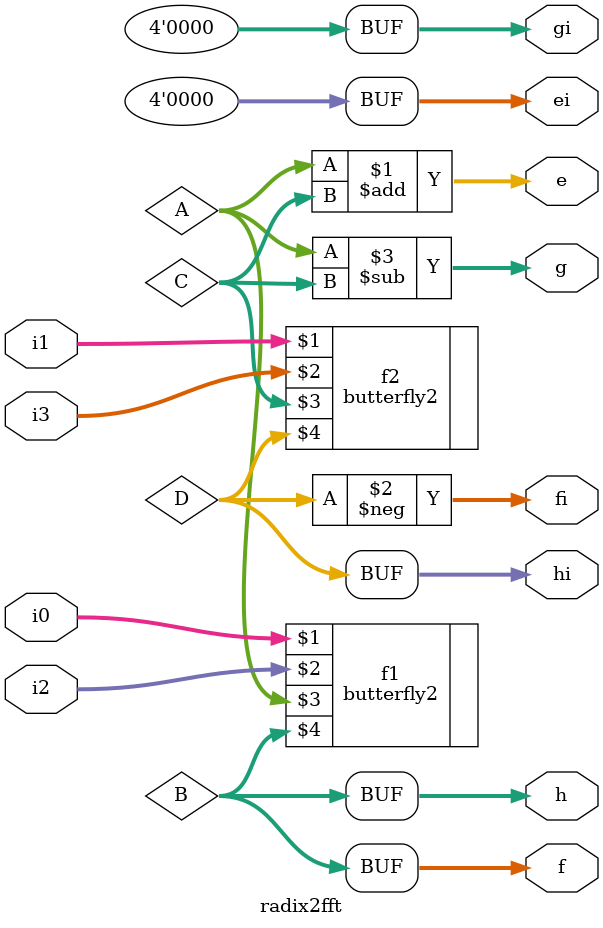
<source format=v>
`timescale 1ns / 1ps

module radix2fft(i0,i1,i2,i3,e,ei,f,fi,g,gi,h,hi);
input signed [1:0]i0;
input signed [1:0]i1;
input signed [1:0]i2;
input signed [1:0]i3;
output signed [3:0]e;
output signed [3:0]ei;
output signed [3:0]f;
output signed [3:0]fi;
output signed [3:0]g;
output signed [3:0]gi;
output signed [3:0]h;
output signed [3:0]hi;

wire [3:0] A,B,C,D;

butterfly2 f1(i0,i2,A,B);
butterfly2 f2(i1,i3,C,D);

assign e=(A+C);
assign ei=4'b0;
assign f=B;
assign fi=-D;
assign g=(A-C);
assign gi=4'b0;
assign h=B;
assign hi=D;

endmodule

</source>
